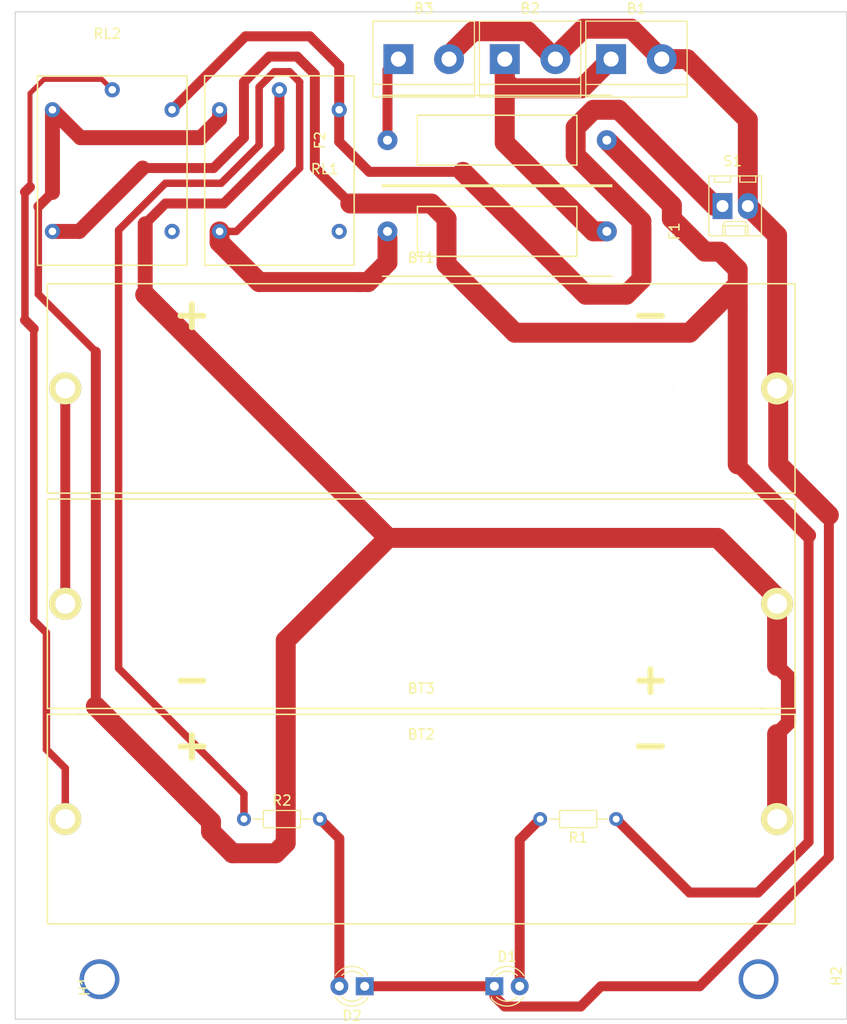
<source format=kicad_pcb>
(kicad_pcb (version 4) (host pcbnew 4.0.6)

  (general
    (links 23)
    (no_connects 0)
    (area 99.951 60.239 203.005 145.347)
    (thickness 1.6)
    (drawings 4)
    (tracks 158)
    (zones 0)
    (modules 17)
    (nets 16)
  )

  (page A4)
  (layers
    (0 F.Cu signal)
    (31 B.Cu signal)
    (32 B.Adhes user)
    (33 F.Adhes user)
    (34 B.Paste user)
    (35 F.Paste user)
    (36 B.SilkS user)
    (37 F.SilkS user)
    (38 B.Mask user)
    (39 F.Mask user)
    (40 Dwgs.User user)
    (41 Cmts.User user)
    (42 Eco1.User user)
    (43 Eco2.User user)
    (44 Edge.Cuts user)
    (45 Margin user)
    (46 B.CrtYd user)
    (47 F.CrtYd user)
    (48 B.Fab user)
    (49 F.Fab user)
  )

  (setup
    (last_trace_width 2)
    (user_trace_width 0.35)
    (user_trace_width 0.5)
    (user_trace_width 0.75)
    (user_trace_width 1)
    (user_trace_width 1.5)
    (user_trace_width 2)
    (trace_clearance 0.2)
    (zone_clearance 0.508)
    (zone_45_only no)
    (trace_min 0.2)
    (segment_width 0.2)
    (edge_width 0.15)
    (via_size 0.6)
    (via_drill 0.4)
    (via_min_size 0.4)
    (via_min_drill 0.3)
    (uvia_size 0.3)
    (uvia_drill 0.1)
    (uvias_allowed no)
    (uvia_min_size 0.2)
    (uvia_min_drill 0.1)
    (pcb_text_width 0.3)
    (pcb_text_size 1.5 1.5)
    (mod_edge_width 0.15)
    (mod_text_size 1 1)
    (mod_text_width 0.15)
    (pad_size 4 4)
    (pad_drill 3.1)
    (pad_to_mask_clearance 0.2)
    (aux_axis_origin 0 0)
    (visible_elements 7FFFFFFF)
    (pcbplotparams
      (layerselection 0x00030_80000001)
      (usegerberextensions false)
      (excludeedgelayer true)
      (linewidth 0.100000)
      (plotframeref false)
      (viasonmask false)
      (mode 1)
      (useauxorigin false)
      (hpglpennumber 1)
      (hpglpenspeed 20)
      (hpglpendiameter 15)
      (hpglpenoverlay 2)
      (psnegative false)
      (psa4output false)
      (plotreference true)
      (plotvalue true)
      (plotinvisibletext false)
      (padsonsilk false)
      (subtractmaskfromsilk false)
      (outputformat 1)
      (mirror false)
      (drillshape 1)
      (scaleselection 1)
      (outputdirectory ""))
  )

  (net 0 "")
  (net 1 "Net-(B1-Pad1)")
  (net 2 GND)
  (net 3 "Net-(B3-Pad1)")
  (net 4 "Net-(BT1-Pad1)")
  (net 5 7.2v)
  (net 6 10.8v)
  (net 7 "Net-(D1-Pad2)")
  (net 8 "Net-(D2-Pad2)")
  (net 9 "Net-(F1-Pad2)")
  (net 10 "Net-(F2-Pad2)")
  (net 11 "Net-(RL1-Pad4)")
  (net 12 SW1)
  (net 13 "Net-(RL2-Pad4)")
  (net 14 "Net-(H1-Pad1)")
  (net 15 "Net-(H2-Pad1)")

  (net_class Default "Esta es la clase de red por defecto."
    (clearance 0.2)
    (trace_width 0.25)
    (via_dia 0.6)
    (via_drill 0.4)
    (uvia_dia 0.3)
    (uvia_drill 0.1)
    (add_net 10.8v)
    (add_net 7.2v)
    (add_net GND)
    (add_net "Net-(B1-Pad1)")
    (add_net "Net-(B3-Pad1)")
    (add_net "Net-(BT1-Pad1)")
    (add_net "Net-(D1-Pad2)")
    (add_net "Net-(D2-Pad2)")
    (add_net "Net-(F1-Pad2)")
    (add_net "Net-(F2-Pad2)")
    (add_net "Net-(H1-Pad1)")
    (add_net "Net-(H2-Pad1)")
    (add_net "Net-(RL1-Pad4)")
    (add_net "Net-(RL2-Pad4)")
    (add_net SW1)
  )

  (module Huellas:Portapila (layer F.Cu) (tedit 58D51371) (tstamp 58F120E0)
    (at 54.276 131.37 180)
    (path /58F105A4)
    (fp_text reference BT1 (at 0 13.1 180) (layer F.SilkS)
      (effects (font (size 1 1) (thickness 0.15)))
    )
    (fp_text value celda_1 (at -0.2 -12.4 180) (layer F.Fab)
      (effects (font (size 1 1) (thickness 0.15)))
    )
    (fp_text user - (at -23 7.5 180) (layer F.SilkS)
      (effects (font (size 3 3) (thickness 0.6)))
    )
    (fp_text user + (at 23 7.5 180) (layer F.SilkS)
      (effects (font (size 3 3) (thickness 0.6)))
    )
    (fp_line (start 37.5 -10.5) (end 37.5 10.5) (layer F.SilkS) (width 0.15))
    (fp_line (start -37.5 10.5) (end -37.5 -10.5) (layer F.SilkS) (width 0.15))
    (fp_line (start -37.5 10.5) (end 37.5 10.5) (layer F.SilkS) (width 0.15))
    (fp_line (start -37.5 -10.5) (end 37.5 -10.5) (layer F.SilkS) (width 0.15))
    (pad "" np_thru_hole circle (at 34.25 9.7 180) (size 1.4 1.4) (drill 1.4) (layers *.Cu *.Mask F.SilkS))
    (pad 2 thru_hole circle (at -35.7 0 180) (size 3.22 3.22) (drill 2) (layers *.Cu *.Mask F.SilkS)
      (net 2 GND))
    (pad 1 thru_hole circle (at 35.7 0 180) (size 3.2 3.2) (drill 2) (layers *.Cu *.Mask F.SilkS)
      (net 4 "Net-(BT1-Pad1)"))
    (pad "" np_thru_hole circle (at 26.85 0 180) (size 3.2 3.2) (drill 3.2) (layers *.Cu *.Mask F.SilkS))
    (pad "" np_thru_hole circle (at -26.85 0 180) (size 3.2 3.2) (drill 3.2) (layers *.Cu *.Mask F.SilkS))
  )

  (module Connect:bornier2 (layer F.Cu) (tedit 587FD522) (tstamp 58F120A9)
    (at 73.326 98.35)
    (descr "Bornier d'alimentation 2 pins")
    (tags DEV)
    (path /58F10B36)
    (fp_text reference B1 (at 2.54 -5.08) (layer F.SilkS)
      (effects (font (size 1 1) (thickness 0.15)))
    )
    (fp_text value BAT_ELEC_1 (at 2.54 5.08) (layer F.Fab)
      (effects (font (size 1 1) (thickness 0.15)))
    )
    (fp_line (start -2.41 2.55) (end 7.49 2.55) (layer F.Fab) (width 0.1))
    (fp_line (start -2.46 -3.75) (end -2.46 3.75) (layer F.Fab) (width 0.1))
    (fp_line (start -2.46 3.75) (end 7.54 3.75) (layer F.Fab) (width 0.1))
    (fp_line (start 7.54 3.75) (end 7.54 -3.75) (layer F.Fab) (width 0.1))
    (fp_line (start 7.54 -3.75) (end -2.46 -3.75) (layer F.Fab) (width 0.1))
    (fp_line (start 7.62 2.54) (end -2.54 2.54) (layer F.SilkS) (width 0.12))
    (fp_line (start 7.62 3.81) (end 7.62 -3.81) (layer F.SilkS) (width 0.12))
    (fp_line (start 7.62 -3.81) (end -2.54 -3.81) (layer F.SilkS) (width 0.12))
    (fp_line (start -2.54 -3.81) (end -2.54 3.81) (layer F.SilkS) (width 0.12))
    (fp_line (start -2.54 3.81) (end 7.62 3.81) (layer F.SilkS) (width 0.12))
    (fp_line (start -2.71 -4) (end 7.79 -4) (layer F.CrtYd) (width 0.05))
    (fp_line (start -2.71 -4) (end -2.71 4) (layer F.CrtYd) (width 0.05))
    (fp_line (start 7.79 4) (end 7.79 -4) (layer F.CrtYd) (width 0.05))
    (fp_line (start 7.79 4) (end -2.71 4) (layer F.CrtYd) (width 0.05))
    (pad 1 thru_hole rect (at 0 0) (size 3 3) (drill 1.52) (layers *.Cu *.Mask)
      (net 1 "Net-(B1-Pad1)"))
    (pad 2 thru_hole circle (at 5.08 0) (size 3 3) (drill 1.52) (layers *.Cu *.Mask)
      (net 2 GND))
    (model Connectors.3dshapes/bornier2.wrl
      (at (xyz 0 0 0))
      (scale (xyz 1 1 1))
      (rotate (xyz 0 0 0))
    )
  )

  (module Connect:bornier2 (layer F.Cu) (tedit 587FD522) (tstamp 58F120BD)
    (at 62.658 98.35)
    (descr "Bornier d'alimentation 2 pins")
    (tags DEV)
    (path /58F10ABD)
    (fp_text reference B2 (at 2.54 -5.08) (layer F.SilkS)
      (effects (font (size 1 1) (thickness 0.15)))
    )
    (fp_text value BAT_ELEC_2 (at 2.54 5.08) (layer F.Fab)
      (effects (font (size 1 1) (thickness 0.15)))
    )
    (fp_line (start -2.41 2.55) (end 7.49 2.55) (layer F.Fab) (width 0.1))
    (fp_line (start -2.46 -3.75) (end -2.46 3.75) (layer F.Fab) (width 0.1))
    (fp_line (start -2.46 3.75) (end 7.54 3.75) (layer F.Fab) (width 0.1))
    (fp_line (start 7.54 3.75) (end 7.54 -3.75) (layer F.Fab) (width 0.1))
    (fp_line (start 7.54 -3.75) (end -2.46 -3.75) (layer F.Fab) (width 0.1))
    (fp_line (start 7.62 2.54) (end -2.54 2.54) (layer F.SilkS) (width 0.12))
    (fp_line (start 7.62 3.81) (end 7.62 -3.81) (layer F.SilkS) (width 0.12))
    (fp_line (start 7.62 -3.81) (end -2.54 -3.81) (layer F.SilkS) (width 0.12))
    (fp_line (start -2.54 -3.81) (end -2.54 3.81) (layer F.SilkS) (width 0.12))
    (fp_line (start -2.54 3.81) (end 7.62 3.81) (layer F.SilkS) (width 0.12))
    (fp_line (start -2.71 -4) (end 7.79 -4) (layer F.CrtYd) (width 0.05))
    (fp_line (start -2.71 -4) (end -2.71 4) (layer F.CrtYd) (width 0.05))
    (fp_line (start 7.79 4) (end 7.79 -4) (layer F.CrtYd) (width 0.05))
    (fp_line (start 7.79 4) (end -2.71 4) (layer F.CrtYd) (width 0.05))
    (pad 1 thru_hole rect (at 0 0) (size 3 3) (drill 1.52) (layers *.Cu *.Mask)
      (net 1 "Net-(B1-Pad1)"))
    (pad 2 thru_hole circle (at 5.08 0) (size 3 3) (drill 1.52) (layers *.Cu *.Mask)
      (net 2 GND))
    (model Connectors.3dshapes/bornier2.wrl
      (at (xyz 0 0 0))
      (scale (xyz 1 1 1))
      (rotate (xyz 0 0 0))
    )
  )

  (module Connect:bornier2 (layer F.Cu) (tedit 587FD522) (tstamp 58F120D1)
    (at 51.99 98.35)
    (descr "Bornier d'alimentation 2 pins")
    (tags DEV)
    (path /58F10A51)
    (fp_text reference B3 (at 2.54 -5.08) (layer F.SilkS)
      (effects (font (size 1 1) (thickness 0.15)))
    )
    (fp_text value BAT_POWER (at 2.54 5.08) (layer F.Fab)
      (effects (font (size 1 1) (thickness 0.15)))
    )
    (fp_line (start -2.41 2.55) (end 7.49 2.55) (layer F.Fab) (width 0.1))
    (fp_line (start -2.46 -3.75) (end -2.46 3.75) (layer F.Fab) (width 0.1))
    (fp_line (start -2.46 3.75) (end 7.54 3.75) (layer F.Fab) (width 0.1))
    (fp_line (start 7.54 3.75) (end 7.54 -3.75) (layer F.Fab) (width 0.1))
    (fp_line (start 7.54 -3.75) (end -2.46 -3.75) (layer F.Fab) (width 0.1))
    (fp_line (start 7.62 2.54) (end -2.54 2.54) (layer F.SilkS) (width 0.12))
    (fp_line (start 7.62 3.81) (end 7.62 -3.81) (layer F.SilkS) (width 0.12))
    (fp_line (start 7.62 -3.81) (end -2.54 -3.81) (layer F.SilkS) (width 0.12))
    (fp_line (start -2.54 -3.81) (end -2.54 3.81) (layer F.SilkS) (width 0.12))
    (fp_line (start -2.54 3.81) (end 7.62 3.81) (layer F.SilkS) (width 0.12))
    (fp_line (start -2.71 -4) (end 7.79 -4) (layer F.CrtYd) (width 0.05))
    (fp_line (start -2.71 -4) (end -2.71 4) (layer F.CrtYd) (width 0.05))
    (fp_line (start 7.79 4) (end 7.79 -4) (layer F.CrtYd) (width 0.05))
    (fp_line (start 7.79 4) (end -2.71 4) (layer F.CrtYd) (width 0.05))
    (pad 1 thru_hole rect (at 0 0) (size 3 3) (drill 1.52) (layers *.Cu *.Mask)
      (net 3 "Net-(B3-Pad1)"))
    (pad 2 thru_hole circle (at 5.08 0) (size 3 3) (drill 1.52) (layers *.Cu *.Mask)
      (net 2 GND))
    (model Connectors.3dshapes/bornier2.wrl
      (at (xyz 0 0 0))
      (scale (xyz 1 1 1))
      (rotate (xyz 0 0 0))
    )
  )

  (module Huellas:Portapila (layer F.Cu) (tedit 58D51371) (tstamp 58F120EF)
    (at 54.276 152.96)
    (path /58F10557)
    (fp_text reference BT2 (at 0 13.1) (layer F.SilkS)
      (effects (font (size 1 1) (thickness 0.15)))
    )
    (fp_text value celda_2 (at -0.2 -12.4) (layer F.Fab)
      (effects (font (size 1 1) (thickness 0.15)))
    )
    (fp_text user - (at -23 7.5) (layer F.SilkS)
      (effects (font (size 3 3) (thickness 0.6)))
    )
    (fp_text user + (at 23 7.5) (layer F.SilkS)
      (effects (font (size 3 3) (thickness 0.6)))
    )
    (fp_line (start 37.5 -10.5) (end 37.5 10.5) (layer F.SilkS) (width 0.15))
    (fp_line (start -37.5 10.5) (end -37.5 -10.5) (layer F.SilkS) (width 0.15))
    (fp_line (start -37.5 10.5) (end 37.5 10.5) (layer F.SilkS) (width 0.15))
    (fp_line (start -37.5 -10.5) (end 37.5 -10.5) (layer F.SilkS) (width 0.15))
    (pad "" np_thru_hole circle (at 34.25 9.7) (size 1.4 1.4) (drill 1.4) (layers *.Cu *.Mask F.SilkS))
    (pad 2 thru_hole circle (at -35.7 0) (size 3.22 3.22) (drill 2) (layers *.Cu *.Mask F.SilkS)
      (net 4 "Net-(BT1-Pad1)"))
    (pad 1 thru_hole circle (at 35.7 0) (size 3.2 3.2) (drill 2) (layers *.Cu *.Mask F.SilkS)
      (net 5 7.2v))
    (pad "" np_thru_hole circle (at 26.85 0) (size 3.2 3.2) (drill 3.2) (layers *.Cu *.Mask F.SilkS))
    (pad "" np_thru_hole circle (at -26.85 0) (size 3.2 3.2) (drill 3.2) (layers *.Cu *.Mask F.SilkS))
  )

  (module Huellas:Portapila (layer F.Cu) (tedit 58D51371) (tstamp 58F120FE)
    (at 54.276 174.55 180)
    (path /58F104F1)
    (fp_text reference BT3 (at 0 13.1 180) (layer F.SilkS)
      (effects (font (size 1 1) (thickness 0.15)))
    )
    (fp_text value celda_3 (at -0.2 -12.4 180) (layer F.Fab)
      (effects (font (size 1 1) (thickness 0.15)))
    )
    (fp_text user - (at -23 7.5 180) (layer F.SilkS)
      (effects (font (size 3 3) (thickness 0.6)))
    )
    (fp_text user + (at 23 7.5 180) (layer F.SilkS)
      (effects (font (size 3 3) (thickness 0.6)))
    )
    (fp_line (start 37.5 -10.5) (end 37.5 10.5) (layer F.SilkS) (width 0.15))
    (fp_line (start -37.5 10.5) (end -37.5 -10.5) (layer F.SilkS) (width 0.15))
    (fp_line (start -37.5 10.5) (end 37.5 10.5) (layer F.SilkS) (width 0.15))
    (fp_line (start -37.5 -10.5) (end 37.5 -10.5) (layer F.SilkS) (width 0.15))
    (pad "" np_thru_hole circle (at 34.25 9.7 180) (size 1.4 1.4) (drill 1.4) (layers *.Cu *.Mask F.SilkS))
    (pad 2 thru_hole circle (at -35.7 0 180) (size 3.22 3.22) (drill 2) (layers *.Cu *.Mask F.SilkS)
      (net 5 7.2v))
    (pad 1 thru_hole circle (at 35.7 0 180) (size 3.2 3.2) (drill 2) (layers *.Cu *.Mask F.SilkS)
      (net 6 10.8v))
    (pad "" np_thru_hole circle (at 26.85 0 180) (size 3.2 3.2) (drill 3.2) (layers *.Cu *.Mask F.SilkS))
    (pad "" np_thru_hole circle (at -26.85 0 180) (size 3.2 3.2) (drill 3.2) (layers *.Cu *.Mask F.SilkS))
  )

  (module LEDs:LED_D3.0mm (layer F.Cu) (tedit 587A3A7B) (tstamp 58F12111)
    (at 61.616 191.314)
    (descr "LED, diameter 3.0mm, 2 pins")
    (tags "LED diameter 3.0mm 2 pins")
    (path /58F106F3)
    (fp_text reference D1 (at 1.27 -2.96) (layer F.SilkS)
      (effects (font (size 1 1) (thickness 0.15)))
    )
    (fp_text value RED_LED (at 1.27 2.96) (layer F.Fab)
      (effects (font (size 1 1) (thickness 0.15)))
    )
    (fp_arc (start 1.27 0) (end -0.23 -1.16619) (angle 284.3) (layer F.Fab) (width 0.1))
    (fp_arc (start 1.27 0) (end -0.29 -1.235516) (angle 108.8) (layer F.SilkS) (width 0.12))
    (fp_arc (start 1.27 0) (end -0.29 1.235516) (angle -108.8) (layer F.SilkS) (width 0.12))
    (fp_arc (start 1.27 0) (end 0.229039 -1.08) (angle 87.9) (layer F.SilkS) (width 0.12))
    (fp_arc (start 1.27 0) (end 0.229039 1.08) (angle -87.9) (layer F.SilkS) (width 0.12))
    (fp_circle (center 1.27 0) (end 2.77 0) (layer F.Fab) (width 0.1))
    (fp_line (start -0.23 -1.16619) (end -0.23 1.16619) (layer F.Fab) (width 0.1))
    (fp_line (start -0.29 -1.236) (end -0.29 -1.08) (layer F.SilkS) (width 0.12))
    (fp_line (start -0.29 1.08) (end -0.29 1.236) (layer F.SilkS) (width 0.12))
    (fp_line (start -1.15 -2.25) (end -1.15 2.25) (layer F.CrtYd) (width 0.05))
    (fp_line (start -1.15 2.25) (end 3.7 2.25) (layer F.CrtYd) (width 0.05))
    (fp_line (start 3.7 2.25) (end 3.7 -2.25) (layer F.CrtYd) (width 0.05))
    (fp_line (start 3.7 -2.25) (end -1.15 -2.25) (layer F.CrtYd) (width 0.05))
    (pad 1 thru_hole rect (at 0 0) (size 1.8 1.8) (drill 0.9) (layers *.Cu *.Mask)
      (net 2 GND))
    (pad 2 thru_hole circle (at 2.54 0) (size 1.8 1.8) (drill 0.9) (layers *.Cu *.Mask)
      (net 7 "Net-(D1-Pad2)"))
    (model LEDs.3dshapes/LED_D3.0mm.wrl
      (at (xyz 0 0 0))
      (scale (xyz 0.393701 0.393701 0.393701))
      (rotate (xyz 0 0 0))
    )
  )

  (module LEDs:LED_D3.0mm (layer F.Cu) (tedit 587A3A7B) (tstamp 58F12124)
    (at 48.6056 191.314 180)
    (descr "LED, diameter 3.0mm, 2 pins")
    (tags "LED diameter 3.0mm 2 pins")
    (path /58F10790)
    (fp_text reference D2 (at 1.27 -2.96 180) (layer F.SilkS)
      (effects (font (size 1 1) (thickness 0.15)))
    )
    (fp_text value GREEN_LED (at 1.27 2.96 180) (layer F.Fab)
      (effects (font (size 1 1) (thickness 0.15)))
    )
    (fp_arc (start 1.27 0) (end -0.23 -1.16619) (angle 284.3) (layer F.Fab) (width 0.1))
    (fp_arc (start 1.27 0) (end -0.29 -1.235516) (angle 108.8) (layer F.SilkS) (width 0.12))
    (fp_arc (start 1.27 0) (end -0.29 1.235516) (angle -108.8) (layer F.SilkS) (width 0.12))
    (fp_arc (start 1.27 0) (end 0.229039 -1.08) (angle 87.9) (layer F.SilkS) (width 0.12))
    (fp_arc (start 1.27 0) (end 0.229039 1.08) (angle -87.9) (layer F.SilkS) (width 0.12))
    (fp_circle (center 1.27 0) (end 2.77 0) (layer F.Fab) (width 0.1))
    (fp_line (start -0.23 -1.16619) (end -0.23 1.16619) (layer F.Fab) (width 0.1))
    (fp_line (start -0.29 -1.236) (end -0.29 -1.08) (layer F.SilkS) (width 0.12))
    (fp_line (start -0.29 1.08) (end -0.29 1.236) (layer F.SilkS) (width 0.12))
    (fp_line (start -1.15 -2.25) (end -1.15 2.25) (layer F.CrtYd) (width 0.05))
    (fp_line (start -1.15 2.25) (end 3.7 2.25) (layer F.CrtYd) (width 0.05))
    (fp_line (start 3.7 2.25) (end 3.7 -2.25) (layer F.CrtYd) (width 0.05))
    (fp_line (start 3.7 -2.25) (end -1.15 -2.25) (layer F.CrtYd) (width 0.05))
    (pad 1 thru_hole rect (at 0 0 180) (size 1.8 1.8) (drill 0.9) (layers *.Cu *.Mask)
      (net 2 GND))
    (pad 2 thru_hole circle (at 2.54 0 180) (size 1.8 1.8) (drill 0.9) (layers *.Cu *.Mask)
      (net 8 "Net-(D2-Pad2)"))
    (model LEDs.3dshapes/LED_D3.0mm.wrl
      (at (xyz 0 0 0))
      (scale (xyz 0.393701 0.393701 0.393701))
      (rotate (xyz 0 0 0))
    )
  )

  (module Huellas:Fuse (layer F.Cu) (tedit 58F11CE3) (tstamp 58F12130)
    (at 61.896 115.622 90)
    (path /58F104C6)
    (fp_text reference F1 (at 0 17.78 90) (layer F.SilkS)
      (effects (font (size 1 1) (thickness 0.15)))
    )
    (fp_text value Fuse (at 0 15.24 90) (layer F.Fab)
      (effects (font (size 1 1) (thickness 0.15)))
    )
    (fp_line (start -2.5 -8) (end 2.5 -8) (layer F.SilkS) (width 0.15))
    (fp_line (start 2.5 -8) (end 2.5 8) (layer F.SilkS) (width 0.15))
    (fp_line (start 2.5 8) (end -2.5 8) (layer F.SilkS) (width 0.15))
    (fp_line (start -2.5 8) (end -2.5 -8) (layer F.SilkS) (width 0.15))
    (fp_line (start 4.5 11.5) (end 4.5 -11.5) (layer F.SilkS) (width 0.15))
    (fp_line (start -4.5 11.5) (end -4.5 -11.5) (layer F.SilkS) (width 0.15))
    (pad 2 thru_hole circle (at 0 -11 90) (size 2 2) (drill 0.9) (layers *.Cu *.Mask)
      (net 9 "Net-(F1-Pad2)"))
    (pad 1 thru_hole circle (at 0 11 90) (size 2 2) (drill 0.9) (layers *.Cu *.Mask)
      (net 1 "Net-(B1-Pad1)"))
  )

  (module Huellas:Fuse (layer F.Cu) (tedit 58F11CE3) (tstamp 58F1213C)
    (at 61.896 106.478 270)
    (path /58F10423)
    (fp_text reference F2 (at 0 17.78 270) (layer F.SilkS)
      (effects (font (size 1 1) (thickness 0.15)))
    )
    (fp_text value Fuse (at 0 15.24 270) (layer F.Fab)
      (effects (font (size 1 1) (thickness 0.15)))
    )
    (fp_line (start -2.5 -8) (end 2.5 -8) (layer F.SilkS) (width 0.15))
    (fp_line (start 2.5 -8) (end 2.5 8) (layer F.SilkS) (width 0.15))
    (fp_line (start 2.5 8) (end -2.5 8) (layer F.SilkS) (width 0.15))
    (fp_line (start -2.5 8) (end -2.5 -8) (layer F.SilkS) (width 0.15))
    (fp_line (start 4.5 11.5) (end 4.5 -11.5) (layer F.SilkS) (width 0.15))
    (fp_line (start -4.5 11.5) (end -4.5 -11.5) (layer F.SilkS) (width 0.15))
    (pad 2 thru_hole circle (at 0 -11 270) (size 2 2) (drill 0.9) (layers *.Cu *.Mask)
      (net 10 "Net-(F2-Pad2)"))
    (pad 1 thru_hole circle (at 0 11 270) (size 2 2) (drill 0.9) (layers *.Cu *.Mask)
      (net 3 "Net-(B3-Pad1)"))
  )

  (module Resistors_ThroughHole:R_Axial_DIN0204_L3.6mm_D1.6mm_P7.62mm_Horizontal (layer F.Cu) (tedit 5874F706) (tstamp 58F12152)
    (at 73.834 174.55 180)
    (descr "Resistor, Axial_DIN0204 series, Axial, Horizontal, pin pitch=7.62mm, 0.16666666666666666W = 1/6W, length*diameter=3.6*1.6mm^2, http://cdn-reichelt.de/documents/datenblatt/B400/1_4W%23YAG.pdf")
    (tags "Resistor Axial_DIN0204 series Axial Horizontal pin pitch 7.62mm 0.16666666666666666W = 1/6W length 3.6mm diameter 1.6mm")
    (path /58F1064B)
    (fp_text reference R1 (at 3.81 -1.86 180) (layer F.SilkS)
      (effects (font (size 1 1) (thickness 0.15)))
    )
    (fp_text value 1K (at 3.81 1.86 180) (layer F.Fab)
      (effects (font (size 1 1) (thickness 0.15)))
    )
    (fp_line (start 2.01 -0.8) (end 2.01 0.8) (layer F.Fab) (width 0.1))
    (fp_line (start 2.01 0.8) (end 5.61 0.8) (layer F.Fab) (width 0.1))
    (fp_line (start 5.61 0.8) (end 5.61 -0.8) (layer F.Fab) (width 0.1))
    (fp_line (start 5.61 -0.8) (end 2.01 -0.8) (layer F.Fab) (width 0.1))
    (fp_line (start 0 0) (end 2.01 0) (layer F.Fab) (width 0.1))
    (fp_line (start 7.62 0) (end 5.61 0) (layer F.Fab) (width 0.1))
    (fp_line (start 1.95 -0.86) (end 1.95 0.86) (layer F.SilkS) (width 0.12))
    (fp_line (start 1.95 0.86) (end 5.67 0.86) (layer F.SilkS) (width 0.12))
    (fp_line (start 5.67 0.86) (end 5.67 -0.86) (layer F.SilkS) (width 0.12))
    (fp_line (start 5.67 -0.86) (end 1.95 -0.86) (layer F.SilkS) (width 0.12))
    (fp_line (start 0.88 0) (end 1.95 0) (layer F.SilkS) (width 0.12))
    (fp_line (start 6.74 0) (end 5.67 0) (layer F.SilkS) (width 0.12))
    (fp_line (start -0.95 -1.15) (end -0.95 1.15) (layer F.CrtYd) (width 0.05))
    (fp_line (start -0.95 1.15) (end 8.6 1.15) (layer F.CrtYd) (width 0.05))
    (fp_line (start 8.6 1.15) (end 8.6 -1.15) (layer F.CrtYd) (width 0.05))
    (fp_line (start 8.6 -1.15) (end -0.95 -1.15) (layer F.CrtYd) (width 0.05))
    (pad 1 thru_hole circle (at 0 0 180) (size 1.4 1.4) (drill 0.7) (layers *.Cu *.Mask)
      (net 10 "Net-(F2-Pad2)"))
    (pad 2 thru_hole oval (at 7.62 0 180) (size 1.4 1.4) (drill 0.7) (layers *.Cu *.Mask)
      (net 7 "Net-(D1-Pad2)"))
    (model Resistors_THT.3dshapes/R_Axial_DIN0204_L3.6mm_D1.6mm_P7.62mm_Horizontal.wrl
      (at (xyz 0 0 0))
      (scale (xyz 0.393701 0.393701 0.393701))
      (rotate (xyz 0 0 0))
    )
  )

  (module Resistors_ThroughHole:R_Axial_DIN0204_L3.6mm_D1.6mm_P7.62mm_Horizontal (layer F.Cu) (tedit 5874F706) (tstamp 58F12168)
    (at 36.496 174.55)
    (descr "Resistor, Axial_DIN0204 series, Axial, Horizontal, pin pitch=7.62mm, 0.16666666666666666W = 1/6W, length*diameter=3.6*1.6mm^2, http://cdn-reichelt.de/documents/datenblatt/B400/1_4W%23YAG.pdf")
    (tags "Resistor Axial_DIN0204 series Axial Horizontal pin pitch 7.62mm 0.16666666666666666W = 1/6W length 3.6mm diameter 1.6mm")
    (path /58F106AA)
    (fp_text reference R2 (at 3.81 -1.86) (layer F.SilkS)
      (effects (font (size 1 1) (thickness 0.15)))
    )
    (fp_text value 1K (at 3.81 1.86) (layer F.Fab)
      (effects (font (size 1 1) (thickness 0.15)))
    )
    (fp_line (start 2.01 -0.8) (end 2.01 0.8) (layer F.Fab) (width 0.1))
    (fp_line (start 2.01 0.8) (end 5.61 0.8) (layer F.Fab) (width 0.1))
    (fp_line (start 5.61 0.8) (end 5.61 -0.8) (layer F.Fab) (width 0.1))
    (fp_line (start 5.61 -0.8) (end 2.01 -0.8) (layer F.Fab) (width 0.1))
    (fp_line (start 0 0) (end 2.01 0) (layer F.Fab) (width 0.1))
    (fp_line (start 7.62 0) (end 5.61 0) (layer F.Fab) (width 0.1))
    (fp_line (start 1.95 -0.86) (end 1.95 0.86) (layer F.SilkS) (width 0.12))
    (fp_line (start 1.95 0.86) (end 5.67 0.86) (layer F.SilkS) (width 0.12))
    (fp_line (start 5.67 0.86) (end 5.67 -0.86) (layer F.SilkS) (width 0.12))
    (fp_line (start 5.67 -0.86) (end 1.95 -0.86) (layer F.SilkS) (width 0.12))
    (fp_line (start 0.88 0) (end 1.95 0) (layer F.SilkS) (width 0.12))
    (fp_line (start 6.74 0) (end 5.67 0) (layer F.SilkS) (width 0.12))
    (fp_line (start -0.95 -1.15) (end -0.95 1.15) (layer F.CrtYd) (width 0.05))
    (fp_line (start -0.95 1.15) (end 8.6 1.15) (layer F.CrtYd) (width 0.05))
    (fp_line (start 8.6 1.15) (end 8.6 -1.15) (layer F.CrtYd) (width 0.05))
    (fp_line (start 8.6 -1.15) (end -0.95 -1.15) (layer F.CrtYd) (width 0.05))
    (pad 1 thru_hole circle (at 0 0) (size 1.4 1.4) (drill 0.7) (layers *.Cu *.Mask)
      (net 9 "Net-(F1-Pad2)"))
    (pad 2 thru_hole oval (at 7.62 0) (size 1.4 1.4) (drill 0.7) (layers *.Cu *.Mask)
      (net 8 "Net-(D2-Pad2)"))
    (model Resistors_THT.3dshapes/R_Axial_DIN0204_L3.6mm_D1.6mm_P7.62mm_Horizontal.wrl
      (at (xyz 0 0 0))
      (scale (xyz 0.393701 0.393701 0.393701))
      (rotate (xyz 0 0 0))
    )
  )

  (module Huellas:Relay (layer F.Cu) (tedit 58F1203D) (tstamp 58F12175)
    (at 40.052 109.526 180)
    (path /58F103E0)
    (fp_text reference RL1 (at -4.5311 0.151601 180) (layer F.SilkS)
      (effects (font (size 1 1) (thickness 0.15)))
    )
    (fp_text value G5Q-1 (at 0 11.684 180) (layer F.Fab)
      (effects (font (size 1 1) (thickness 0.15)))
    )
    (fp_line (start -7.5 -9.5) (end 7.5 -9.5) (layer F.SilkS) (width 0.15))
    (fp_line (start 7.5 -9.5) (end 7.5 9.5) (layer F.SilkS) (width 0.15))
    (fp_line (start 7.5 9.5) (end -7.5 9.5) (layer F.SilkS) (width 0.15))
    (fp_line (start -7.5 -9.5) (end -7.5 9.5) (layer F.SilkS) (width 0.15))
    (pad 3 thru_hole circle (at 6 -6.1 180) (size 1.524 1.524) (drill 0.762) (layers *.Cu *.Mask)
      (net 9 "Net-(F1-Pad2)"))
    (pad 4 thru_hole circle (at -6 -6.1 180) (size 1.524 1.524) (drill 0.762) (layers *.Cu *.Mask)
      (net 11 "Net-(RL1-Pad4)"))
    (pad 1 thru_hole circle (at -6 6.1 180) (size 1.524 1.524) (drill 0.762) (layers *.Cu *.Mask)
      (net 12 SW1))
    (pad 2 thru_hole circle (at 0 8.1 180) (size 1.524 1.524) (drill 0.762) (layers *.Cu *.Mask)
      (net 5 7.2v))
    (pad 5 thru_hole circle (at 6 6.1 180) (size 1.524 1.524) (drill 0.762) (layers *.Cu *.Mask)
      (net 5 7.2v))
  )

  (module Huellas:Relay (layer F.Cu) (tedit 58F11B71) (tstamp 58F12182)
    (at 23.288 109.526 180)
    (path /58F10394)
    (fp_text reference RL2 (at 0.508 13.716 180) (layer F.SilkS)
      (effects (font (size 1 1) (thickness 0.15)))
    )
    (fp_text value G5Q-1 (at 0 11.684 180) (layer F.Fab)
      (effects (font (size 1 1) (thickness 0.15)))
    )
    (fp_line (start -7.5 -9.5) (end 7.5 -9.5) (layer F.SilkS) (width 0.15))
    (fp_line (start 7.5 -9.5) (end 7.5 9.5) (layer F.SilkS) (width 0.15))
    (fp_line (start 7.5 9.5) (end -7.5 9.5) (layer F.SilkS) (width 0.15))
    (fp_line (start -7.5 -9.5) (end -7.5 9.5) (layer F.SilkS) (width 0.15))
    (pad 3 thru_hole circle (at 6 -6.1 180) (size 1.524 1.524) (drill 0.762) (layers *.Cu *.Mask)
      (net 10 "Net-(F2-Pad2)"))
    (pad 4 thru_hole circle (at -6 -6.1 180) (size 1.524 1.524) (drill 0.762) (layers *.Cu *.Mask)
      (net 13 "Net-(RL2-Pad4)"))
    (pad 1 thru_hole circle (at -6 6.1 180) (size 1.524 1.524) (drill 0.762) (layers *.Cu *.Mask)
      (net 12 SW1))
    (pad 2 thru_hole circle (at 0 8.1 180) (size 1.524 1.524) (drill 0.762) (layers *.Cu *.Mask)
      (net 6 10.8v))
    (pad 5 thru_hole circle (at 6 6.1 180) (size 1.524 1.524) (drill 0.762) (layers *.Cu *.Mask)
      (net 5 7.2v))
  )

  (module Connectors_Molex:Molex_KK-6410-02_02x2.54mm_Straight (layer F.Cu) (tedit 56C6219C) (tstamp 58F1219E)
    (at 84.502 113.082)
    (descr "Connector Headers with Friction Lock, 22-27-2021, http://www.molex.com/pdm_docs/sd/022272021_sd.pdf")
    (tags "connector molex kk_6410 22-27-2021")
    (path /58F105EB)
    (fp_text reference S1 (at 1 -4.5) (layer F.SilkS)
      (effects (font (size 1 1) (thickness 0.15)))
    )
    (fp_text value MAIN_SWITCH (at 1.27 4.5) (layer F.Fab)
      (effects (font (size 1 1) (thickness 0.15)))
    )
    (fp_line (start -1.37 -3.02) (end -1.37 2.98) (layer F.SilkS) (width 0.12))
    (fp_line (start -1.37 2.98) (end 3.91 2.98) (layer F.SilkS) (width 0.12))
    (fp_line (start 3.91 2.98) (end 3.91 -3.02) (layer F.SilkS) (width 0.12))
    (fp_line (start 3.91 -3.02) (end -1.37 -3.02) (layer F.SilkS) (width 0.12))
    (fp_line (start 0 2.98) (end 0 1.98) (layer F.SilkS) (width 0.12))
    (fp_line (start 0 1.98) (end 2.54 1.98) (layer F.SilkS) (width 0.12))
    (fp_line (start 2.54 1.98) (end 2.54 2.98) (layer F.SilkS) (width 0.12))
    (fp_line (start 0 1.98) (end 0.25 1.55) (layer F.SilkS) (width 0.12))
    (fp_line (start 0.25 1.55) (end 2.29 1.55) (layer F.SilkS) (width 0.12))
    (fp_line (start 2.29 1.55) (end 2.54 1.98) (layer F.SilkS) (width 0.12))
    (fp_line (start 0.25 2.98) (end 0.25 1.98) (layer F.SilkS) (width 0.12))
    (fp_line (start 2.29 2.98) (end 2.29 1.98) (layer F.SilkS) (width 0.12))
    (fp_line (start -0.8 -3.02) (end -0.8 -2.4) (layer F.SilkS) (width 0.12))
    (fp_line (start -0.8 -2.4) (end 0.8 -2.4) (layer F.SilkS) (width 0.12))
    (fp_line (start 0.8 -2.4) (end 0.8 -3.02) (layer F.SilkS) (width 0.12))
    (fp_line (start 1.74 -3.02) (end 1.74 -2.4) (layer F.SilkS) (width 0.12))
    (fp_line (start 1.74 -2.4) (end 3.34 -2.4) (layer F.SilkS) (width 0.12))
    (fp_line (start 3.34 -2.4) (end 3.34 -3.02) (layer F.SilkS) (width 0.12))
    (fp_line (start -1.9 3.5) (end -1.9 -3.55) (layer F.CrtYd) (width 0.05))
    (fp_line (start -1.9 -3.55) (end 4.45 -3.55) (layer F.CrtYd) (width 0.05))
    (fp_line (start 4.45 -3.55) (end 4.45 3.5) (layer F.CrtYd) (width 0.05))
    (fp_line (start 4.45 3.5) (end -1.9 3.5) (layer F.CrtYd) (width 0.05))
    (pad 1 thru_hole rect (at 0 0) (size 2 2.6) (drill 1.2) (layers *.Cu *.Mask)
      (net 12 SW1))
    (pad 2 thru_hole oval (at 2.54 0) (size 2 2.6) (drill 1.2) (layers *.Cu *.Mask)
      (net 2 GND))
  )

  (module Huellas:Hole3mm (layer F.Cu) (tedit 58FB24F6) (tstamp 58FB18CD)
    (at 16.684 191.314 90)
    (path /58FB18C3)
    (fp_text reference H1 (at 0 3.81 90) (layer F.SilkS)
      (effects (font (size 1 1) (thickness 0.15)))
    )
    (fp_text value HOLE_1 (at 0 -3.81 90) (layer F.Fab)
      (effects (font (size 1 1) (thickness 0.15)))
    )
    (pad 1 thru_hole circle (at 0.7031 5.3216 90) (size 4 4) (drill 3.1) (layers *.Cu *.Mask)
      (net 14 "Net-(H1-Pad1)"))
  )

  (module Huellas:Hole3mm (layer F.Cu) (tedit 58FB24EB) (tstamp 58FB18D2)
    (at 92.122 190.298 90)
    (path /58FB1858)
    (fp_text reference H2 (at 0 3.81 90) (layer F.SilkS)
      (effects (font (size 1 1) (thickness 0.15)))
    )
    (fp_text value HOLE_2 (at 0 -3.81 90) (layer F.Fab)
      (effects (font (size 1 1) (thickness 0.15)))
    )
    (pad 1 thru_hole circle (at -0.3129 -4.006 90) (size 4 4) (drill 3.1) (layers *.Cu *.Mask)
      (net 15 "Net-(H2-Pad1)"))
  )

  (gr_line (start 13.5556 194.6109) (end 96.9556 194.6109) (layer Edge.Cuts) (width 0.1))
  (gr_line (start 13.5556 93.6109) (end 13.5556 194.6109) (layer Edge.Cuts) (width 0.1))
  (gr_line (start 96.9556 93.6109) (end 13.5556 93.6109) (layer Edge.Cuts) (width 0.1))
  (gr_line (start 96.9556 194.6109) (end 96.9556 93.6109) (layer Edge.Cuts) (width 0.1))

  (segment (start 62.658 98.35) (end 62.658 106.732) (width 2) (layer F.Cu) (net 1))
  (segment (start 71.548 115.622) (end 72.896 115.622) (width 2) (layer F.Cu) (net 1) (tstamp 591B6530))
  (segment (start 62.658 106.732) (end 71.548 115.622) (width 2) (layer F.Cu) (net 1) (tstamp 591B652E))
  (segment (start 62.658 98.35) (end 62.658 100.509) (width 2) (layer F.Cu) (net 1))
  (segment (start 70.405 101.271) (end 73.326 98.35) (width 2) (layer F.Cu) (net 1) (tstamp 591B6522))
  (segment (start 63.42 101.271) (end 70.405 101.271) (width 2) (layer F.Cu) (net 1) (tstamp 591B6521))
  (segment (start 62.658 100.509) (end 63.42 101.271) (width 2) (layer F.Cu) (net 1) (tstamp 591B6520))
  (segment (start 87.042 113.082) (end 87.042 104.446) (width 2) (layer F.Cu) (net 2))
  (segment (start 80.946 98.35) (end 78.406 98.35) (width 2) (layer F.Cu) (net 2) (tstamp 591B652B))
  (segment (start 87.042 104.446) (end 80.946 98.35) (width 2) (layer F.Cu) (net 2) (tstamp 591B652A))
  (segment (start 67.738 98.35) (end 67.738 98.096) (width 1) (layer F.Cu) (net 2))
  (segment (start 67.738 98.096) (end 70.532 95.302) (width 2) (layer F.Cu) (net 2) (tstamp 591B6525))
  (segment (start 70.532 95.302) (end 75.358 95.302) (width 2) (layer F.Cu) (net 2) (tstamp 591B6526))
  (segment (start 75.358 95.302) (end 78.406 98.35) (width 2) (layer F.Cu) (net 2) (tstamp 591B6527))
  (segment (start 57.07 98.35) (end 57.07 97.969) (width 1) (layer F.Cu) (net 2))
  (segment (start 57.07 97.969) (end 59.483 95.556) (width 2) (layer F.Cu) (net 2) (tstamp 591B651B))
  (segment (start 59.483 95.556) (end 64.944 95.556) (width 2) (layer F.Cu) (net 2) (tstamp 591B651C))
  (segment (start 64.944 95.556) (end 67.738 98.35) (width 2) (layer F.Cu) (net 2) (tstamp 591B651D))
  (segment (start 61.616 191.314) (end 48.6056 191.314) (width 1) (layer F.Cu) (net 2))
  (segment (start 67.992 193.346) (end 62.658 193.346) (width 1) (layer F.Cu) (net 2))
  (segment (start 61.616 192.304) (end 61.616 191.314) (width 0.25) (layer F.Cu) (net 2) (tstamp 58FB2431))
  (segment (start 62.658 193.346) (end 61.616 192.304) (width 1) (layer F.Cu) (net 2) (tstamp 58FB2430))
  (segment (start 82.216 191.314) (end 72.31 191.314) (width 1) (layer F.Cu) (net 2))
  (segment (start 70.278 193.346) (end 67.992 193.346) (width 1) (layer F.Cu) (net 2) (tstamp 58FB219F))
  (segment (start 67.992 193.346) (end 67.954 193.346) (width 0.25) (layer F.Cu) (net 2) (tstamp 58FB242E))
  (segment (start 72.31 191.314) (end 70.278 193.346) (width 1) (layer F.Cu) (net 2) (tstamp 58FB2196))
  (segment (start 90.09 138.99) (end 90.09 131.484) (width 2) (layer F.Cu) (net 2))
  (segment (start 90.09 131.484) (end 89.976 131.37) (width 0.25) (layer F.Cu) (net 2) (tstamp 58FB1D0D))
  (segment (start 89.976 131.37) (end 89.976 116.016) (width 2) (layer F.Cu) (net 2))
  (segment (start 89.976 116.016) (end 87.042 113.082) (width 2) (layer F.Cu) (net 2) (tstamp 58F1266E))
  (segment (start 95.17 144.07) (end 90.09 138.99) (width 2) (layer F.Cu) (net 2) (tstamp 58F126C9))
  (segment (start 90.09 138.99) (end 89.976 138.876) (width 0.25) (layer F.Cu) (net 2) (tstamp 58FB1D0B))
  (segment (start 95.17 178.36) (end 95.17 144.07) (width 1) (layer F.Cu) (net 2) (tstamp 58F126C7))
  (segment (start 82.216 191.314) (end 95.17 178.36) (width 1) (layer F.Cu) (net 2) (tstamp 58FB2194))
  (segment (start 50.896 106.478) (end 50.896 99.444) (width 1) (layer F.Cu) (net 3))
  (segment (start 50.896 99.444) (end 51.99 98.35) (width 1) (layer F.Cu) (net 3) (tstamp 591B6518))
  (segment (start 50.896 99.444) (end 51.99 98.35) (width 1) (layer F.Cu) (net 3) (tstamp 58FB1CB7))
  (segment (start 50.896 99.444) (end 51.99 98.35) (width 1) (layer F.Cu) (net 3) (tstamp 58F127B2))
  (segment (start 18.576 152.96) (end 18.576 131.37) (width 1) (layer F.Cu) (net 4))
  (segment (start 17.288 103.426) (end 17.288 111.716) (width 1.5) (layer F.Cu) (net 5))
  (segment (start 40.687 156.643) (end 50.974 146.356) (width 2) (layer F.Cu) (net 5) (tstamp 591B5F37))
  (segment (start 40.687 176.963) (end 40.687 156.643) (width 2) (layer F.Cu) (net 5) (tstamp 591B5F35))
  (segment (start 39.671 177.979) (end 40.687 176.963) (width 2) (layer F.Cu) (net 5) (tstamp 591B5F32))
  (segment (start 35.353 177.979) (end 39.671 177.979) (width 2) (layer F.Cu) (net 5) (tstamp 591B5F31))
  (segment (start 33.194 175.82) (end 35.353 177.979) (width 2) (layer F.Cu) (net 5) (tstamp 591B5F2F))
  (segment (start 33.194 174.804) (end 33.194 175.82) (width 2) (layer F.Cu) (net 5) (tstamp 591B5F2E))
  (segment (start 21.637 163.247) (end 33.194 174.804) (width 2) (layer F.Cu) (net 5) (tstamp 591B5F28))
  (segment (start 21.637 127.687) (end 21.637 163.247) (width 1) (layer F.Cu) (net 5) (tstamp 591B5F26))
  (segment (start 15.87 121.92) (end 21.637 127.687) (width 0.75) (layer F.Cu) (net 5) (tstamp 591B5F24))
  (segment (start 15.87 113.134) (end 15.87 121.92) (width 0.75) (layer F.Cu) (net 5) (tstamp 591B5F21))
  (segment (start 17.288 111.716) (end 15.87 113.134) (width 1) (layer F.Cu) (net 5) (tstamp 591B5F1D))
  (segment (start 34.052 103.426) (end 34.052 104.35) (width 1.5) (layer F.Cu) (net 5))
  (segment (start 20.086 106.224) (end 17.288 103.426) (width 1.5) (layer F.Cu) (net 5) (tstamp 591B5E31))
  (segment (start 32.178 106.224) (end 20.086 106.224) (width 1.5) (layer F.Cu) (net 5) (tstamp 591B5E30))
  (segment (start 34.052 104.35) (end 32.178 106.224) (width 1.5) (layer F.Cu) (net 5) (tstamp 591B5E2D))
  (segment (start 17.2555 103.4585) (end 17.288 103.426) (width 1) (layer F.Cu) (net 5) (tstamp 591B5DD5))
  (segment (start 89.976 152.96) (end 89.976 152.338) (width 1) (layer F.Cu) (net 5))
  (segment (start 89.976 152.338) (end 83.994 146.356) (width 2) (layer F.Cu) (net 5) (tstamp 58FB1D6A))
  (segment (start 83.994 146.356) (end 80.324 146.356) (width 2) (layer F.Cu) (net 5) (tstamp 58FB1D70))
  (segment (start 57.07 146.356) (end 50.974 146.356) (width 2) (layer F.Cu) (net 5))
  (segment (start 57.07 146.356) (end 80.324 146.356) (width 2) (layer F.Cu) (net 5) (tstamp 58F12743))
  (segment (start 50.974 146.356) (end 26.59 121.972) (width 2) (layer F.Cu) (net 5) (tstamp 58F127BB))
  (segment (start 28.622 112.828) (end 34.464 112.828) (width 1) (layer F.Cu) (net 5) (tstamp 58F127C0))
  (segment (start 26.59 114.86) (end 28.622 112.828) (width 1) (layer F.Cu) (net 5) (tstamp 58F127BF))
  (segment (start 26.59 121.972) (end 26.59 114.86) (width 1.5) (layer F.Cu) (net 5) (tstamp 58F127BD))
  (segment (start 40.052 103.176) (end 40.052 101.426) (width 1) (layer F.Cu) (net 5))
  (segment (start 40.052 107.24) (end 40.052 103.176) (width 1) (layer F.Cu) (net 5) (tstamp 58F127C4))
  (segment (start 34.464 112.828) (end 40.052 107.24) (width 1) (layer F.Cu) (net 5) (tstamp 58F127C2))
  (segment (start 89.976 174.55) (end 89.976 166.028) (width 2) (layer F.Cu) (net 5))
  (segment (start 89.976 159.196) (end 89.976 152.96) (width 2) (layer F.Cu) (net 5) (tstamp 58FB1D65))
  (segment (start 91.106 160.326) (end 89.976 159.196) (width 1.5) (layer F.Cu) (net 5) (tstamp 58FB1D62))
  (segment (start 91.106 164.898) (end 91.106 160.326) (width 1.5) (layer F.Cu) (net 5) (tstamp 58FB1D61))
  (segment (start 89.976 166.028) (end 91.106 164.898) (width 1.5) (layer F.Cu) (net 5) (tstamp 58FB1D5C))
  (segment (start 18.576 174.55) (end 18.576 169.457) (width 0.75) (layer F.Cu) (net 6))
  (segment (start 22.244 100.382) (end 23.288 101.426) (width 0.5) (layer F.Cu) (net 6) (tstamp 591B5F8E))
  (segment (start 16.43 100.382) (end 22.244 100.382) (width 0.5) (layer F.Cu) (net 6) (tstamp 591B5F8A))
  (segment (start 15.033 101.779) (end 16.43 100.382) (width 0.5) (layer F.Cu) (net 6) (tstamp 591B5F87))
  (segment (start 15.033 111.177) (end 15.033 101.779) (width 0.5) (layer F.Cu) (net 6) (tstamp 591B5F86))
  (segment (start 14.53 111.68) (end 15.033 111.177) (width 1) (layer F.Cu) (net 6) (tstamp 591B5F83))
  (segment (start 14.53 124.517) (end 14.53 111.68) (width 0.75) (layer F.Cu) (net 6) (tstamp 591B5F7B))
  (segment (start 15.414 125.401) (end 14.53 124.517) (width 1) (layer F.Cu) (net 6) (tstamp 591B5F7A))
  (segment (start 15.414 154.611) (end 15.414 125.401) (width 0.75) (layer F.Cu) (net 6) (tstamp 591B5F76))
  (segment (start 16.684 155.881) (end 15.414 154.611) (width 0.75) (layer F.Cu) (net 6) (tstamp 591B5F73))
  (segment (start 16.684 167.565) (end 16.684 155.881) (width 0.75) (layer F.Cu) (net 6) (tstamp 591B5F72))
  (segment (start 18.576 169.457) (end 16.684 167.565) (width 0.75) (layer F.Cu) (net 6) (tstamp 591B5F70))
  (segment (start 64.156 191.314) (end 64.156 176.608) (width 1) (layer F.Cu) (net 7))
  (segment (start 64.156 176.608) (end 66.214 174.55) (width 1) (layer F.Cu) (net 7) (tstamp 58FB2434))
  (segment (start 46.0656 191.314) (end 46.0656 176.4996) (width 1) (layer F.Cu) (net 8))
  (segment (start 46.0656 176.4996) (end 44.116 174.55) (width 1) (layer F.Cu) (net 8) (tstamp 58FB21BB))
  (segment (start 36.496 174.55) (end 36.496 172.01) (width 0.75) (layer F.Cu) (net 9))
  (segment (start 36.496 172.01) (end 23.923 159.437) (width 0.75) (layer F.Cu) (net 9) (tstamp 58FB2021))
  (segment (start 35.73 115.626) (end 42.084 109.272) (width 0.75) (layer F.Cu) (net 9) (tstamp 58F1282E))
  (segment (start 42.084 109.272) (end 42.084 100.636) (width 0.75) (layer F.Cu) (net 9) (tstamp 58F12830))
  (segment (start 42.084 100.636) (end 41.068 99.62) (width 0.75) (layer F.Cu) (net 9) (tstamp 58F12832))
  (segment (start 41.068 99.62) (end 39.544 99.62) (width 0.75) (layer F.Cu) (net 9) (tstamp 58F12834))
  (segment (start 39.544 99.62) (end 38.02 101.144) (width 0.75) (layer F.Cu) (net 9) (tstamp 58F12836))
  (segment (start 38.02 101.144) (end 38.02 106.986) (width 0.75) (layer F.Cu) (net 9) (tstamp 58F12838))
  (segment (start 38.02 106.986) (end 34.21 110.796) (width 0.75) (layer F.Cu) (net 9) (tstamp 58F1283A))
  (segment (start 34.21 110.796) (end 28.622 110.796) (width 0.75) (layer F.Cu) (net 9) (tstamp 58F1283C))
  (segment (start 28.622 110.796) (end 23.923 115.495) (width 0.75) (layer F.Cu) (net 9) (tstamp 58F1283E))
  (segment (start 23.923 115.495) (end 23.923 159.437) (width 0.75) (layer F.Cu) (net 9) (tstamp 58F12840))
  (segment (start 35.73 115.626) (end 34.052 115.626) (width 0.75) (layer F.Cu) (net 9))
  (segment (start 48.102 120.702) (end 48.942 120.702) (width 2) (layer F.Cu) (net 9))
  (segment (start 34.052 116.734) (end 38.02 120.702) (width 2) (layer F.Cu) (net 9) (tstamp 58F12704))
  (segment (start 38.02 120.702) (end 48.102 120.702) (width 2) (layer F.Cu) (net 9) (tstamp 58F12705))
  (segment (start 34.052 115.626) (end 34.052 116.734) (width 2) (layer F.Cu) (net 9))
  (segment (start 50.896 118.748) (end 50.896 116.314002) (width 2) (layer F.Cu) (net 9) (tstamp 58FB1CB0))
  (segment (start 48.942 120.702) (end 50.896 118.748) (width 2) (layer F.Cu) (net 9) (tstamp 58FB1CAB))
  (segment (start 50.896 116.314002) (end 50.896 115.622) (width 1) (layer F.Cu) (net 9) (tstamp 58FB1CB4))
  (segment (start 56.816 118.924) (end 56.816 114.352) (width 2) (layer F.Cu) (net 10))
  (segment (start 47.164 112.828) (end 43.608 109.272) (width 1) (layer F.Cu) (net 10) (tstamp 58FB50B7))
  (segment (start 55.292 112.828) (end 47.164 112.828) (width 2) (layer F.Cu) (net 10) (tstamp 58FB50B6))
  (segment (start 56.816 114.352) (end 55.292 112.828) (width 2) (layer F.Cu) (net 10) (tstamp 58FB50B5))
  (segment (start 17.288 115.626) (end 19.982 115.626) (width 1.5) (layer F.Cu) (net 10))
  (segment (start 43.608 99.874) (end 43.608 109.272) (width 1) (layer F.Cu) (net 10) (tstamp 58F127E4))
  (segment (start 41.83 98.096) (end 43.608 99.874) (width 1) (layer F.Cu) (net 10) (tstamp 58F127E3))
  (segment (start 39.036 98.096) (end 41.83 98.096) (width 1) (layer F.Cu) (net 10) (tstamp 58F127E2))
  (segment (start 36.496 100.636) (end 39.036 98.096) (width 1) (layer F.Cu) (net 10) (tstamp 58F127E1))
  (segment (start 36.496 106.224) (end 36.496 100.636) (width 1) (layer F.Cu) (net 10) (tstamp 58F127E0))
  (segment (start 33.448 109.272) (end 36.496 106.224) (width 1) (layer F.Cu) (net 10) (tstamp 58F127DE))
  (segment (start 26.336 109.272) (end 33.448 109.272) (width 1) (layer F.Cu) (net 10) (tstamp 58F127DC))
  (segment (start 19.982 115.626) (end 26.336 109.272) (width 1.5) (layer F.Cu) (net 10) (tstamp 58F127DB))
  (segment (start 56.816 118.924) (end 63.674 125.782) (width 2) (layer F.Cu) (net 10) (tstamp 58FB50B3))
  (segment (start 63.674 125.782) (end 81.2 125.782) (width 2) (layer F.Cu) (net 10) (tstamp 58F127EB))
  (segment (start 81.2 125.782) (end 86.026 120.956) (width 2) (layer F.Cu) (net 10) (tstamp 58F127ED))
  (segment (start 88.058 181.916) (end 81.2 181.916) (width 1) (layer F.Cu) (net 10))
  (segment (start 81.2 181.916) (end 73.834 174.55) (width 1) (layer F.Cu) (net 10) (tstamp 58FB2014))
  (segment (start 86.026 120.448) (end 86.026 119.432) (width 2) (layer F.Cu) (net 10))
  (segment (start 86.026 120.956) (end 86.026 120.448) (width 1) (layer F.Cu) (net 10) (tstamp 58F127F1))
  (segment (start 79.422 113.004) (end 72.896 106.478) (width 2) (layer F.Cu) (net 10) (tstamp 58FB1C9A))
  (segment (start 79.422 114.352) (end 79.422 113.004) (width 2) (layer F.Cu) (net 10) (tstamp 58FB1C98))
  (segment (start 82.724 117.654) (end 79.422 114.352) (width 2) (layer F.Cu) (net 10) (tstamp 58FB1C95))
  (segment (start 84.248 117.654) (end 82.724 117.654) (width 2) (layer F.Cu) (net 10) (tstamp 58FB1C93))
  (segment (start 86.026 119.432) (end 84.248 117.654) (width 2) (layer F.Cu) (net 10) (tstamp 58FB1C8E))
  (segment (start 86.026 123.496) (end 86.026 120.956) (width 2) (layer F.Cu) (net 10))
  (segment (start 86.026 138.99) (end 86.026 123.496) (width 2) (layer F.Cu) (net 10) (tstamp 58F126AF))
  (segment (start 93.138 146.102) (end 86.026 138.99) (width 1.5) (layer F.Cu) (net 10) (tstamp 58F126AD))
  (segment (start 93.138 176.836) (end 93.138 146.102) (width 1) (layer F.Cu) (net 10) (tstamp 58F126AB))
  (segment (start 88.058 181.916) (end 93.138 176.836) (width 1) (layer F.Cu) (net 10) (tstamp 58FB2012))
  (segment (start 76.374 115.114) (end 76.374 114.606) (width 1) (layer F.Cu) (net 12))
  (segment (start 76.374 114.606) (end 73.072 111.304) (width 2) (layer F.Cu) (net 12) (tstamp 58FB568E))
  (segment (start 76.374 120.448) (end 74.85 121.972) (width 2) (layer F.Cu) (net 12) (tstamp 58FB1C7F))
  (segment (start 74.85 121.972) (end 70.786 121.972) (width 2) (layer F.Cu) (net 12) (tstamp 58F12718))
  (segment (start 70.786 121.972) (end 58.467 109.653) (width 2) (layer F.Cu) (net 12) (tstamp 58F12719))
  (segment (start 58.467 109.653) (end 49.069 109.653) (width 1) (layer F.Cu) (net 12) (tstamp 58F1271B))
  (segment (start 49.069 109.653) (end 46.052 106.636) (width 1) (layer F.Cu) (net 12) (tstamp 58F1271D))
  (segment (start 46.052 106.636) (end 46.052 103.426) (width 1) (layer F.Cu) (net 12) (tstamp 58F1271E))
  (segment (start 76.374 120.448) (end 76.374 115.114) (width 2) (layer F.Cu) (net 12))
  (segment (start 74.088 103.43) (end 71.548 103.43) (width 2) (layer F.Cu) (net 12) (tstamp 58F12710))
  (segment (start 71.548 103.43) (end 69.77 105.208) (width 2) (layer F.Cu) (net 12) (tstamp 58F12711))
  (segment (start 69.77 105.208) (end 69.77 108.002) (width 2) (layer F.Cu) (net 12) (tstamp 58F12712))
  (segment (start 73.072 111.304) (end 69.77 108.002) (width 2) (layer F.Cu) (net 12) (tstamp 58FB1C4A))
  (segment (start 74.088 103.43) (end 83.74 113.082) (width 2) (layer F.Cu) (net 12) (tstamp 58F1270F))
  (segment (start 46.052 103.426) (end 46.052 99.016) (width 1) (layer F.Cu) (net 12))
  (segment (start 36.65 96.064) (end 29.288 103.426) (width 1) (layer F.Cu) (net 12) (tstamp 58F12723))
  (segment (start 43.1 96.064) (end 36.65 96.064) (width 1) (layer F.Cu) (net 12) (tstamp 58F12722))
  (segment (start 46.052 99.016) (end 43.1 96.064) (width 1) (layer F.Cu) (net 12) (tstamp 58F12721))
  (segment (start 84.502 113.082) (end 83.74 113.082) (width 2) (layer F.Cu) (net 12))

)

</source>
